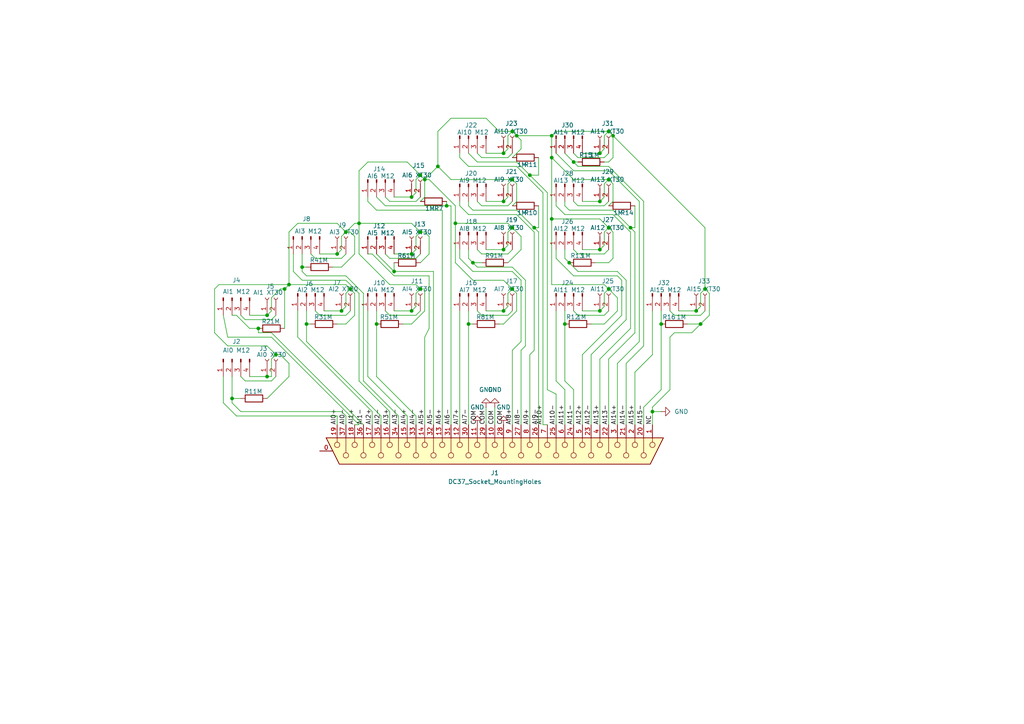
<source format=kicad_sch>
(kicad_sch (version 20250114) (generator "eeschema") (generator_version "9.0")
  (paper "A4")
  (title_block (title "AI Board Redesign") (date "2025-07-13") (rev "A") (company "Missouri S&T Rocket Design Team") (comment 1 "Author: Isaac Lough"))
  (lib_symbols
    (symbol "Connector:Conn_01x02_Socket" (pin_names (offset 1.016) (hide yes))
      (property "Reference" "J" (at 0 2.54 0))
      (property "Value" "Conn_01x02_Socket" (at 0 -5.08 0))
      (symbol "Conn_01x02_Socket_1_1"
        (polyline (pts (xy -1.27 0) (xy -0.508 0)) (stroke (width 0.1524)))
        (polyline (pts (xy -1.27 -2.54) (xy -0.508 -2.54)) (stroke (width 0.1524)))
        (arc (start 0 -0.508) (mid -0.5058 0) (end 0 0.508) (stroke (width 0.1524)))
        (arc (start 0 -3.048) (mid -0.5058 -2.54) (end 0 -2.032) (stroke (width 0.1524)))
        (pin passive line (at -5.08 0 0) (length 3.81) (name "Pin_1") (number "1"))
        (pin passive line (at -5.08 -2.54 0) (length 3.81) (name "Pin_2") (number "2"))
      )
    )
    (symbol "Connector:Conn_01x04_Pin" (pin_names (offset 1.016) (hide yes))
      (property "Reference" "J" (at 0 5.08 0))
      (property "Value" "Conn_01x04_Pin" (at 0 -7.62 0))
      (symbol "Conn_01x04_Pin_1_1"
        (rectangle (start 0.8636 2.667) (end 0 2.413) (stroke (width 0.1524)) (fill (type outline)))
        (rectangle (start 0.8636 0.127) (end 0 -0.127) (stroke (width 0.1524)) (fill (type outline)))
        (rectangle (start 0.8636 -2.413) (end 0 -2.667) (stroke (width 0.1524)) (fill (type outline)))
        (rectangle (start 0.8636 -4.953) (end 0 -5.207) (stroke (width 0.1524)) (fill (type outline)))
        (polyline (pts (xy 1.27 2.54) (xy 0.8636 2.54)) (stroke (width 0.1524)))
        (polyline (pts (xy 1.27 0) (xy 0.8636 0)) (stroke (width 0.1524)))
        (polyline (pts (xy 1.27 -2.54) (xy 0.8636 -2.54)) (stroke (width 0.1524)))
        (polyline (pts (xy 1.27 -5.08) (xy 0.8636 -5.08)) (stroke (width 0.1524)))
        (pin passive line (at 5.08 2.54 180) (length 3.81) (name "Pin_1") (number "1"))
        (pin passive line (at 5.08 0 180) (length 3.81) (name "Pin_2") (number "2"))
        (pin passive line (at 5.08 -2.54 180) (length 3.81) (name "Pin_3") (number "3"))
        (pin passive line (at 5.08 -5.08 180) (length 3.81) (name "Pin_4") (number "4"))
      )
    )
    (symbol "Connector:DC37_Socket_MountingHoles" (pin_names (offset 1.016) (hide yes))
      (property "Reference" "J" (at 0 52.07 0))
      (property "Value" "DC37_Socket_MountingHoles" (at 0 50.165 0))
      (symbol "DC37_Socket_MountingHoles_0_1"
        (polyline (pts (xy -3.81 45.72) (xy -2.54 45.72)))
        (polyline (pts (xy -3.81 43.18) (xy 0.508 43.18)))
        (polyline (pts (xy -3.81 40.64) (xy -2.54 40.64)))
        (polyline (pts (xy -3.81 38.1) (xy 0.508 38.1)))
        (polyline (pts (xy -3.81 35.56) (xy -2.54 35.56)))
        (polyline (pts (xy -3.81 33.02) (xy 0.508 33.02)))
        (polyline (pts (xy -3.81 30.48) (xy -2.54 30.48)))
        (polyline (pts (xy -3.81 27.94) (xy 0.508 27.94)))
        (polyline (pts (xy -3.81 25.4) (xy -2.54 25.4)))
        (polyline (pts (xy -3.81 22.86) (xy 0.508 22.86)))
        (polyline (pts (xy -3.81 20.32) (xy -2.54 20.32)))
        (polyline (pts (xy -3.81 17.78) (xy 0.508 17.78)))
        (polyline (pts (xy -3.81 15.24) (xy -2.54 15.24)))
        (polyline (pts (xy -3.81 12.7) (xy 0.508 12.7)))
        (polyline (pts (xy -3.81 10.16) (xy -2.54 10.16)))
        (polyline (pts (xy -3.81 7.62) (xy 0.508 7.62)))
        (polyline (pts (xy -3.81 5.08) (xy -2.54 5.08)))
        (polyline (pts (xy -3.81 2.54) (xy 0.508 2.54)))
        (polyline (pts (xy -3.81 0) (xy -2.54 0)))
        (polyline (pts (xy -3.81 -2.54) (xy 0.508 -2.54)))
        (polyline (pts (xy -3.81 -5.08) (xy -2.54 -5.08)))
        (polyline (pts (xy -3.81 -7.62) (xy 0.508 -7.62)))
        (polyline (pts (xy -3.81 -10.16) (xy -2.54 -10.16)))
        (polyline (pts (xy -3.81 -12.7) (xy 0.508 -12.7)))
        (polyline (pts (xy -3.81 -15.24) (xy -2.54 -15.24)))
        (polyline (pts (xy -3.81 -17.78) (xy 0.508 -17.78)))
        (polyline (pts (xy -3.81 -20.32) (xy -2.54 -20.32)))
        (polyline (pts (xy -3.81 -22.86) (xy 0.508 -22.86)))
        (polyline (pts (xy -3.81 -25.4) (xy -2.54 -25.4)))
        (polyline (pts (xy -3.81 -27.94) (xy 0.508 -27.94)))
        (polyline (pts (xy -3.81 -30.48) (xy -2.54 -30.48)))
        (polyline (pts (xy -3.81 -33.02) (xy 0.508 -33.02)))
        (polyline (pts (xy -3.81 -35.56) (xy -2.54 -35.56)))
        (polyline (pts (xy -3.81 -38.1) (xy 0.508 -38.1)))
        (polyline (pts (xy -3.81 -40.64) (xy -2.54 -40.64)))
        (polyline (pts (xy -3.81 -43.18) (xy 0.508 -43.18)))
        (polyline (pts (xy -3.81 -45.72) (xy -2.54 -45.72)))
        (polyline (pts (xy -3.81 -48.895) (xy 3.81 -45.085) (xy 3.81 45.085) (xy -3.81 48.895) (xy -3.81 -48.895)) (stroke (width 0.254)) (fill (type background)))
        (circle (center -1.778 45.72) (radius 0.762))
        (circle (center -1.778 40.64) (radius 0.762))
        (circle (center -1.778 35.56) (radius 0.762))
        (circle (center -1.778 30.48) (radius 0.762))
        (circle (center -1.778 25.4) (radius 0.762))
        (circle (center -1.778 20.32) (radius 0.762))
        (circle (center -1.778 15.24) (radius 0.762))
        (circle (center -1.778 10.16) (radius 0.762))
        (circle (center -1.778 5.08) (radius 0.762))
        (circle (center -1.778 0) (radius 0.762))
        (circle (center -1.778 -5.08) (radius 0.762))
        (circle (center -1.778 -10.16) (radius 0.762))
        (circle (center -1.778 -15.24) (radius 0.762))
        (circle (center -1.778 -20.32) (radius 0.762))
        (circle (center -1.778 -25.4) (radius 0.762))
        (circle (center -1.778 -30.48) (radius 0.762))
        (circle (center -1.778 -35.56) (radius 0.762))
        (circle (center -1.778 -40.64) (radius 0.762))
        (circle (center -1.778 -45.72) (radius 0.762))
        (circle (center 1.27 43.18) (radius 0.762))
        (circle (center 1.27 38.1) (radius 0.762))
        (circle (center 1.27 33.02) (radius 0.762))
        (circle (center 1.27 27.94) (radius 0.762))
        (circle (center 1.27 22.86) (radius 0.762))
        (circle (center 1.27 17.78) (radius 0.762))
        (circle (center 1.27 12.7) (radius 0.762))
        (circle (center 1.27 7.62) (radius 0.762))
        (circle (center 1.27 2.54) (radius 0.762))
        (circle (center 1.27 -2.54) (radius 0.762))
        (circle (center 1.27 -7.62) (radius 0.762))
        (circle (center 1.27 -12.7) (radius 0.762))
        (circle (center 1.27 -17.78) (radius 0.762))
        (circle (center 1.27 -22.86) (radius 0.762))
        (circle (center 1.27 -27.94) (radius 0.762))
        (circle (center 1.27 -33.02) (radius 0.762))
        (circle (center 1.27 -38.1) (radius 0.762))
        (circle (center 1.27 -43.18) (radius 0.762))
      )
      (symbol "DC37_Socket_MountingHoles_1_1"
        (pin passive line (at -7.62 45.72 0) (length 3.81) (name "1") (number "1"))
        (pin passive line (at -7.62 43.18 0) (length 3.81) (name "20") (number "20"))
        (pin passive line (at -7.62 40.64 0) (length 3.81) (name "2") (number "2"))
        (pin passive line (at -7.62 38.1 0) (length 3.81) (name "21") (number "21"))
        (pin passive line (at -7.62 35.56 0) (length 3.81) (name "3") (number "3"))
        (pin passive line (at -7.62 33.02 0) (length 3.81) (name "22") (number "22"))
        (pin passive line (at -7.62 30.48 0) (length 3.81) (name "4") (number "4"))
        (pin passive line (at -7.62 27.94 0) (length 3.81) (name "23") (number "23"))
        (pin passive line (at -7.62 25.4 0) (length 3.81) (name "5") (number "5"))
        (pin passive line (at -7.62 22.86 0) (length 3.81) (name "24") (number "24"))
        (pin passive line (at -7.62 20.32 0) (length 3.81) (name "6") (number "6"))
        (pin passive line (at -7.62 17.78 0) (length 3.81) (name "25") (number "25"))
        (pin passive line (at -7.62 15.24 0) (length 3.81) (name "7") (number "7"))
        (pin passive line (at -7.62 12.7 0) (length 3.81) (name "26") (number "26"))
        (pin passive line (at -7.62 10.16 0) (length 3.81) (name "8") (number "8"))
        (pin passive line (at -7.62 7.62 0) (length 3.81) (name "27") (number "27"))
        (pin passive line (at -7.62 5.08 0) (length 3.81) (name "9") (number "9"))
        (pin passive line (at -7.62 2.54 0) (length 3.81) (name "28") (number "28"))
        (pin passive line (at -7.62 0 0) (length 3.81) (name "10") (number "10"))
        (pin passive line (at -7.62 -2.54 0) (length 3.81) (name "29") (number "29"))
        (pin passive line (at -7.62 -5.08 0) (length 3.81) (name "11") (number "11"))
        (pin passive line (at -7.62 -7.62 0) (length 3.81) (name "30") (number "30"))
        (pin passive line (at -7.62 -10.16 0) (length 3.81) (name "12") (number "12"))
        (pin passive line (at -7.62 -12.7 0) (length 3.81) (name "31") (number "31"))
        (pin passive line (at -7.62 -15.24 0) (length 3.81) (name "13") (number "13"))
        (pin passive line (at -7.62 -17.78 0) (length 3.81) (name "32") (number "32"))
        (pin passive line (at -7.62 -20.32 0) (length 3.81) (name "14") (number "14"))
        (pin passive line (at -7.62 -22.86 0) (length 3.81) (name "33") (number "33"))
        (pin passive line (at -7.62 -25.4 0) (length 3.81) (name "15") (number "15"))
        (pin passive line (at -7.62 -27.94 0) (length 3.81) (name "34") (number "34"))
        (pin passive line (at -7.62 -30.48 0) (length 3.81) (name "16") (number "16"))
        (pin passive line (at -7.62 -33.02 0) (length 3.81) (name "35") (number "35"))
        (pin passive line (at -7.62 -35.56 0) (length 3.81) (name "17") (number "17"))
        (pin passive line (at -7.62 -38.1 0) (length 3.81) (name "36") (number "36"))
        (pin passive line (at -7.62 -40.64 0) (length 3.81) (name "18") (number "18"))
        (pin passive line (at -7.62 -43.18 0) (length 3.81) (name "37") (number "37"))
        (pin passive line (at -7.62 -45.72 0) (length 3.81) (name "19") (number "19"))
        (pin passive line (at 0 -50.8 90) (length 3.81) (name "PAD") (number "0"))
      )
    )
    (symbol "Device:R" (pin_numbers (hide yes)) (pin_names (offset 0))
      (property "Reference" "R" (at 2.032 0 90))
      (property "Value" "R" (at 0 0 90))
      (symbol "R_0_1"
        (rectangle (start -1.016 -2.54) (end 1.016 2.54) (stroke (width 0.254)))
      )
      (symbol "R_1_1"
        (pin passive line (at 0 3.81 270) (length 1.27) (name "~") (number "1"))
        (pin passive line (at 0 -3.81 90) (length 1.27) (name "~") (number "2"))
      )
    )
    (symbol "power:GND" (power) (pin_numbers (hide yes)) (pin_names (offset 0) (hide yes))
      (property "Value" "GND" (at 0 -3.81 0))
      (symbol "GND_0_1"
        (polyline (pts (xy 0 0) (xy 0 -1.27) (xy 1.27 -1.27) (xy 0 -2.54) (xy -1.27 -1.27) (xy 0 -1.27)))
      )
      (symbol "GND_1_1"
        (pin power_in line (at 0 0 270) (length 0) (name "~") (number "1"))
      )
    )
  )
  (junction (at 189.23 119.38))
  (junction (at 100.33 67.31))
  (junction (at 82.55 83.82))
  (junction (at 119.38 73.66))
  (junction (at 163.83 93.98))
  (junction (at 119.38 90.17))
  (junction (at 176.53 83.82))
  (junction (at 146.05 72.39))
  (junction (at 97.79 73.66))
  (junction (at 121.92 50.8))
  (junction (at 148.59 83.82))
  (junction (at 173.99 58.42))
  (junction (at 201.93 90.17))
  (junction (at 160.02 45.72))
  (junction (at 77.47 109.22))
  (junction (at 160.02 63.5))
  (junction (at 123.19 52.07))
  (junction (at 132.08 64.77))
  (junction (at 88.9 93.98))
  (junction (at 154.94 66.04))
  (junction (at 83.82 82.55))
  (junction (at 148.59 38.1))
  (junction (at 191.77 93.98))
  (junction (at 135.89 93.98))
  (junction (at 160.02 39.37))
  (junction (at 146.05 90.17))
  (junction (at 121.92 83.82))
  (junction (at 204.47 83.82))
  (junction (at 146.05 58.42))
  (junction (at 127 48.26))
  (junction (at 121.92 67.31))
  (junction (at 177.8 39.37))
  (junction (at 114.3 78.74))
  (junction (at 87.63 77.47))
  (junction (at 176.53 52.07))
  (junction (at 173.99 90.17))
  (junction (at 67.31 115.57))
  (junction (at 99.06 90.17))
  (junction (at 137.16 76.2))
  (junction (at 176.53 38.1))
  (junction (at 80.01 102.87))
  (junction (at 101.6 83.82))
  (junction (at 176.53 66.04))
  (junction (at 74.93 95.25))
  (junction (at 203.2 93.98))
  (junction (at 153.67 50.8))
  (junction (at 166.37 46.99))
  (junction (at 173.99 44.45))
  (junction (at 173.99 72.39))
  (junction (at 148.59 52.07))
  (junction (at 109.22 93.98))
  (junction (at 104.14 64.77))
  (junction (at 146.05 44.45))
  (junction (at 149.86 39.37))
  (junction (at 129.54 59.69))
  (junction (at 77.47 91.44))
  (junction (at 119.38 57.15))
  (junction (at 148.59 66.04))
  (junction (at 182.88 66.04))
  (junction (at 165.1 76.2))
  (wire (pts (xy 97.79 93.98) (xy 100.33 93.98)))
  (wire (pts (xy 111.76 90.17) (xy 113.03 91.44)))
  (wire (pts (xy 179.07 80.01) (xy 180.34 81.28)))
  (wire (pts (xy 138.43 72.39) (xy 139.7 73.66)))
  (wire (pts (xy 163.83 74.93) (xy 165.1 76.2)))
  (wire (pts (xy 86.36 90.17) (xy 86.36 97.79)))
  (wire (pts (xy 124.46 52.07) (xy 132.08 59.69)))
  (wire (pts (xy 160.02 63.5) (xy 160.02 82.55)))
  (wire (pts (xy 113.03 58.42) (xy 120.65 58.42)))
  (wire (pts (xy 111.76 59.69) (xy 129.54 59.69)))
  (wire (pts (xy 135.89 74.93) (xy 137.16 76.2)))
  (wire (pts (xy 106.68 73.66) (xy 107.95 73.66)))
  (wire (pts (xy 173.99 63.5) (xy 176.53 66.04)))
  (wire (pts (xy 106.68 57.15) (xy 106.68 58.42)))
  (wire (pts (xy 88.9 93.98) (xy 90.17 93.98)))
  (wire (pts (xy 72.39 91.44) (xy 77.47 91.44)))
  (wire (pts (xy 146.05 93.98) (xy 149.86 90.17)))
  (wire (pts (xy 106.68 109.22) (xy 118.11 120.65)))
  (wire (pts (xy 168.91 90.17) (xy 173.99 90.17)))
  (wire (pts (xy 180.34 81.28) (xy 180.34 91.44)))
  (wire (pts (xy 158.75 113.03) (xy 161.29 114.3)))
  (wire (pts (xy 120.65 72.39) (xy 119.38 73.66)))
  (wire (pts (xy 83.82 67.31) (xy 83.82 82.55)))
  (wire (pts (xy 189.23 119.38) (xy 189.23 118.11)))
  (wire (pts (xy 123.19 97.79) (xy 123.19 123.19)))
  (wire (pts (xy 100.33 93.98) (xy 102.87 91.44)))
  (wire (pts (xy 153.67 102.87) (xy 153.67 123.19)))
  (wire (pts (xy 204.47 83.82) (xy 203.2 85.09)))
  (wire (pts (xy 186.69 58.42) (xy 186.69 100.33)))
  (wire (pts (xy 163.83 44.45) (xy 166.37 46.99)))
  (wire (pts (xy 121.92 67.31) (xy 120.65 68.58)))
  (wire (pts (xy 176.53 48.26) (xy 186.69 58.42)))
  (wire (pts (xy 92.71 73.66) (xy 97.79 73.66)))
  (wire (pts (xy 167.64 78.74) (xy 179.07 78.74)))
  (wire (pts (xy 156.21 66.04) (xy 154.94 66.04)))
  (wire (pts (xy 147.32 57.15) (xy 146.05 58.42)))
  (wire (pts (xy 176.53 38.1) (xy 177.8 39.37)))
  (wire (pts (xy 166.37 52.07) (xy 176.53 52.07)))
  (wire (pts (xy 171.45 93.98) (xy 175.26 93.98)))
  (wire (pts (xy 82.55 83.82) (xy 81.28 83.82)))
  (wire (pts (xy 138.43 77.47) (xy 148.59 77.47)))
  (wire (pts (xy 114.3 76.2) (xy 114.3 78.74)))
  (wire (pts (xy 176.53 49.53) (xy 185.42 58.42)))
  (wire (pts (xy 121.92 76.2) (xy 124.46 73.66)))
  (wire (pts (xy 92.71 91.44) (xy 100.33 91.44)))
  (wire (pts (xy 69.85 119.38) (xy 99.06 119.38)))
  (wire (pts (xy 104.14 73.66) (xy 113.03 82.55)))
  (wire (pts (xy 85.09 78.74) (xy 87.63 81.28)))
  (wire (pts (xy 100.33 82.55) (xy 101.6 83.82)))
  (wire (pts (xy 175.26 91.44) (xy 176.53 90.17)))
  (wire (pts (xy 71.12 92.71) (xy 69.85 91.44)))
  (wire (pts (xy 107.95 73.66) (xy 114.3 80.01)))
  (wire (pts (xy 204.47 66.04) (xy 204.47 83.82)))
  (wire (pts (xy 163.83 113.03) (xy 163.83 123.19)))
  (wire (pts (xy 124.46 80.01) (xy 124.46 95.25)))
  (wire (pts (xy 114.3 73.66) (xy 119.38 73.66)))
  (wire (pts (xy 133.35 59.69) (xy 135.89 62.23)))
  (wire (pts (xy 123.19 52.07) (xy 124.46 52.07)))
  (wire (pts (xy 185.42 99.06) (xy 179.07 105.41)))
  (wire (pts (xy 113.03 74.93) (xy 120.65 74.93)))
  (wire (pts (xy 189.23 119.38) (xy 189.23 123.19)))
  (wire (pts (xy 87.63 73.66) (xy 87.63 77.47)))
  (wire (pts (xy 62.23 83.82) (xy 62.23 96.52)))
  (wire (pts (xy 88.9 80.01) (xy 100.33 80.01)))
  (wire (pts (xy 184.15 66.04) (xy 182.88 66.04)))
  (wire (pts (xy 195.58 91.44) (xy 203.2 91.44)))
  (wire (pts (xy 114.3 57.15) (xy 119.38 57.15)))
  (wire (pts (xy 149.86 39.37) (xy 160.02 39.37)))
  (wire (pts (xy 78.74 90.17) (xy 77.47 91.44)))
  (wire (pts (xy 148.59 72.39) (xy 147.32 73.66)))
  (wire (pts (xy 181.61 105.41) (xy 181.61 123.19)))
  (wire (pts (xy 113.03 119.38) (xy 113.03 123.19)))
  (wire (pts (xy 139.7 59.69) (xy 147.32 59.69)))
  (wire (pts (xy 86.36 97.79) (xy 107.95 119.38)))
  (wire (pts (xy 105.41 85.09) (xy 105.41 110.49)))
  (wire (pts (xy 132.08 76.2) (xy 137.16 81.28)))
  (wire (pts (xy 161.29 38.1) (xy 160.02 39.37)))
  (wire (pts (xy 78.74 104.14) (xy 78.74 109.22)))
  (wire (pts (xy 168.91 72.39) (xy 173.99 72.39)))
  (wire (pts (xy 175.26 39.37) (xy 175.26 43.18)))
  (wire (pts (xy 163.83 93.98) (xy 163.83 110.49)))
  (wire (pts (xy 147.32 71.12) (xy 146.05 72.39)))
  (wire (pts (xy 127 48.26) (xy 123.19 52.07)))
  (wire (pts (xy 163.83 58.42) (xy 163.83 59.69)))
  (wire (pts (xy 121.92 83.82) (xy 120.65 85.09)))
  (wire (pts (xy 177.8 74.93) (xy 177.8 67.31)))
  (wire (pts (xy 100.33 88.9) (xy 99.06 90.17)))
  (wire (pts (xy 81.28 83.82) (xy 78.74 86.36)))
  (wire (pts (xy 132.08 64.77) (xy 147.32 64.77)))
  (wire (pts (xy 167.64 91.44) (xy 175.26 91.44)))
  (wire (pts (xy 99.06 72.39) (xy 97.79 73.66)))
  (wire (pts (xy 118.11 120.65) (xy 118.11 123.19)))
  (wire (pts (xy 133.35 58.42) (xy 133.35 59.69)))
  (wire (pts (xy 111.76 73.66) (xy 113.03 74.93)))
  (wire (pts (xy 176.53 83.82) (xy 175.26 85.09)))
  (wire (pts (xy 148.59 38.1) (xy 147.32 39.37)))
  (wire (pts (xy 138.43 46.99) (xy 149.86 46.99)))
  (wire (pts (xy 114.3 80.01) (xy 124.46 80.01)))
  (wire (pts (xy 195.58 96.52) (xy 200.66 96.52)))
  (wire (pts (xy 196.85 90.17) (xy 201.93 90.17)))
  (wire (pts (xy 104.14 123.19) (xy 102.87 123.19)))
  (wire (pts (xy 88.9 93.98) (xy 88.9 99.06)))
  (wire (pts (xy 158.75 55.88) (xy 158.75 113.03)))
  (wire (pts (xy 88.9 90.17) (xy 88.9 93.98)))
  (wire (pts (xy 90.17 73.66) (xy 91.44 74.93)))
  (wire (pts (xy 96.52 77.47) (xy 99.06 77.47)))
  (wire (pts (xy 176.53 52.07) (xy 177.8 53.34)))
  (wire (pts (xy 93.98 90.17) (xy 99.06 90.17)))
  (wire (pts (xy 129.54 58.42) (xy 129.54 59.69)))
  (wire (pts (xy 78.74 97.79) (xy 104.14 123.19)))
  (wire (pts (xy 109.22 73.66) (xy 114.3 78.74)))
  (wire (pts (xy 121.92 58.42) (xy 123.19 57.15)))
  (wire (pts (xy 189.23 102.87) (xy 184.15 107.95)))
  (wire (pts (xy 72.39 95.25) (xy 74.93 95.25)))
  (wire (pts (xy 167.64 73.66) (xy 166.37 72.39)))
  (wire (pts (xy 148.59 59.69) (xy 149.86 58.42)))
  (wire (pts (xy 148.59 83.82) (xy 149.86 85.09)))
  (wire (pts (xy 100.33 120.65) (xy 100.33 123.19)))
  (wire (pts (xy 175.26 71.12) (xy 173.99 72.39)))
  (wire (pts (xy 161.29 74.93) (xy 166.37 80.01)))
  (wire (pts (xy 148.59 83.82) (xy 147.32 85.09)))
  (wire (pts (xy 175.26 88.9) (xy 173.99 90.17)))
  (wire (pts (xy 148.59 77.47) (xy 152.4 81.28)))
  (wire (pts (xy 167.64 59.69) (xy 166.37 58.42)))
  (wire (pts (xy 101.6 67.31) (xy 100.33 67.31)))
  (wire (pts (xy 157.48 123.19) (xy 158.75 123.19)))
  (wire (pts (xy 167.64 73.66) (xy 175.26 73.66)))
  (wire (pts (xy 135.89 62.23) (xy 149.86 62.23)))
  (wire (pts (xy 166.37 49.53) (xy 176.53 49.53)))
  (wire (pts (xy 184.15 59.69) (xy 184.15 66.04)))
  (wire (pts (xy 203.2 93.98) (xy 205.74 91.44)))
  (wire (pts (xy 186.69 100.33) (xy 181.61 105.41)))
  (wire (pts (xy 120.65 55.88) (xy 119.38 57.15)))
  (wire (pts (xy 99.06 119.38) (xy 100.33 120.65)))
  (wire (pts (xy 66.04 97.79) (xy 78.74 97.79)))
  (wire (pts (xy 80.01 91.44) (xy 78.74 92.71)))
  (wire (pts (xy 148.59 66.04) (xy 147.32 67.31)))
  (wire (pts (xy 99.06 68.58) (xy 99.06 72.39)))
  (wire (pts (xy 149.86 39.37) (xy 151.13 40.64)))
  (wire (pts (xy 148.59 52.07) (xy 130.81 52.07)))
  (wire (pts (xy 167.64 48.26) (xy 176.53 48.26)))
  (wire (pts (xy 104.14 64.77) (xy 119.38 64.77)))
  (wire (pts (xy 175.26 85.09) (xy 175.26 88.9)))
  (wire (pts (xy 166.37 80.01) (xy 179.07 80.01)))
  (wire (pts (xy 176.53 59.69) (xy 177.8 58.42)))
  (wire (pts (xy 119.38 64.77) (xy 121.92 67.31)))
  (wire (pts (xy 144.78 93.98) (xy 146.05 93.98)))
  (wire (pts (xy 86.36 64.77) (xy 83.82 67.31)))
  (wire (pts (xy 148.59 38.1) (xy 144.78 38.1)))
  (wire (pts (xy 139.7 45.72) (xy 138.43 44.45)))
  (wire (pts (xy 123.19 57.15) (xy 123.19 52.07)))
  (wire (pts (xy 120.65 82.55) (xy 121.92 83.82)))
  (wire (pts (xy 176.53 66.04) (xy 177.8 67.31)))
  (wire (pts (xy 133.35 45.72) (xy 135.89 48.26)))
  (wire (pts (xy 133.35 72.39) (xy 133.35 74.93)))
  (wire (pts (xy 203.2 88.9) (xy 201.93 90.17)))
  (wire (pts (xy 102.87 85.09) (xy 102.87 91.44)))
  (wire (pts (xy 163.83 90.17) (xy 163.83 93.98)))
  (wire (pts (xy 148.59 78.74) (xy 151.13 81.28)))
  (wire (pts (xy 120.65 91.44) (xy 121.92 90.17)))
  (wire (pts (xy 80.01 109.22) (xy 78.74 110.49)))
  (wire (pts (xy 157.48 55.88) (xy 157.48 123.19)))
  (wire (pts (xy 80.01 102.87) (xy 78.74 104.14)))
  (wire (pts (xy 137.16 81.28) (xy 146.05 81.28)))
  (wire (pts (xy 63.5 82.55) (xy 62.23 83.82)))
  (wire (pts (xy 179.07 105.41) (xy 179.07 123.19)))
  (wire (pts (xy 130.81 59.69) (xy 130.81 123.19)))
  (wire (pts (xy 172.72 76.2) (xy 176.53 76.2)))
  (wire (pts (xy 62.23 96.52) (xy 66.04 100.33)))
  (wire (pts (xy 175.26 46.99) (xy 176.53 46.99)))
  (wire (pts (xy 167.64 45.72) (xy 166.37 44.45)))
  (wire (pts (xy 161.29 110.49) (xy 163.83 113.03)))
  (wire (pts (xy 149.86 90.17) (xy 149.86 85.09)))
  (wire (pts (xy 109.22 60.96) (xy 128.27 60.96)))
  (wire (pts (xy 175.26 53.34) (xy 175.26 57.15)))
  (wire (pts (xy 176.53 72.39) (xy 175.26 73.66)))
  (wire (pts (xy 120.65 88.9) (xy 119.38 90.17)))
  (wire (pts (xy 82.55 83.82) (xy 82.55 95.25)))
  (wire (pts (xy 177.8 45.72) (xy 177.8 39.37)))
  (wire (pts (xy 120.65 74.93) (xy 121.92 73.66)))
  (wire (pts (xy 140.97 58.42) (xy 146.05 58.42)))
  (wire (pts (xy 160.02 45.72) (xy 166.37 52.07)))
  (wire (pts (xy 147.32 59.69) (xy 148.59 58.42)))
  (wire (pts (xy 166.37 90.17) (xy 167.64 91.44)))
  (wire (pts (xy 74.93 96.52) (xy 74.93 95.25)))
  (wire (pts (xy 163.83 110.49) (xy 166.37 113.03)))
  (wire (pts (xy 113.03 91.44) (xy 120.65 91.44)))
  (wire (pts (xy 68.58 120.65) (xy 97.79 120.65)))
  (wire (pts (xy 154.94 67.31) (xy 154.94 101.6)))
  (wire (pts (xy 189.23 118.11) (xy 194.31 113.03)))
  (wire (pts (xy 179.07 78.74) (xy 181.61 81.28)))
  (wire (pts (xy 101.6 83.82) (xy 100.33 85.09)))
  (wire (pts (xy 129.54 59.69) (xy 130.81 59.69)))
  (wire (pts (xy 143.51 118.11) (xy 143.51 123.19)))
  (wire (pts (xy 176.53 66.04) (xy 175.26 67.31)))
  (wire (pts (xy 151.13 72.39) (xy 151.13 68.58)))
  (wire (pts (xy 83.82 82.55) (xy 100.33 82.55)))
  (wire (pts (xy 180.34 91.44) (xy 168.91 102.87)))
  (wire (pts (xy 101.6 83.82) (xy 102.87 85.09)))
  (wire (pts (xy 135.89 90.17) (xy 135.89 93.98)))
  (wire (pts (xy 64.77 116.84) (xy 68.58 120.65)))
  (wire (pts (xy 194.31 113.03) (xy 194.31 97.79)))
  (wire (pts (xy 182.88 67.31) (xy 182.88 95.25)))
  (wire (pts (xy 184.15 67.31) (xy 184.15 96.52)))
  (wire (pts (xy 166.37 46.99) (xy 167.64 48.26)))
  (wire (pts (xy 111.76 57.15) (xy 113.03 58.42)))
  (wire (pts (xy 78.74 86.36) (xy 78.74 90.17)))
  (wire (pts (xy 72.39 109.22) (xy 77.47 109.22)))
  (wire (pts (xy 165.1 60.96) (xy 177.8 60.96)))
  (wire (pts (xy 151.13 43.18) (xy 151.13 40.64)))
  (wire (pts (xy 179.07 90.17) (xy 179.07 86.36)))
  (wire (pts (xy 83.82 109.22) (xy 83.82 105.41)))
  (wire (pts (xy 100.33 67.31) (xy 97.79 64.77)))
  (wire (pts (xy 78.74 96.52) (xy 105.41 123.19)))
  (wire (pts (xy 133.35 90.17) (xy 133.35 123.19)))
  (wire (pts (xy 182.88 66.04) (xy 184.15 67.31)))
  (wire (pts (xy 204.47 90.17) (xy 203.2 91.44)))
  (wire (pts (xy 163.83 59.69) (xy 165.1 60.96)))
  (wire (pts (xy 125.73 78.74) (xy 125.73 123.19)))
  (wire (pts (xy 120.65 52.07) (xy 120.65 55.88)))
  (wire (pts (xy 139.7 73.66) (xy 147.32 73.66)))
  (wire (pts (xy 110.49 120.65) (xy 110.49 123.19)))
  (wire (pts (xy 137.16 76.2) (xy 139.7 76.2)))
  (wire (pts (xy 176.53 76.2) (xy 177.8 74.93)))
  (wire (pts (xy 152.4 100.33) (xy 151.13 101.6)))
  (wire (pts (xy 115.57 120.65) (xy 115.57 123.19)))
  (wire (pts (xy 161.29 58.42) (xy 161.29 59.69)))
  (wire (pts (xy 151.13 99.06) (xy 148.59 101.6)))
  (wire (pts (xy 163.83 62.23) (xy 177.8 62.23)))
  (wire (pts (xy 175.26 93.98) (xy 179.07 90.17)))
  (wire (pts (xy 104.14 64.77) (xy 102.87 64.77)))
  (wire (pts (xy 158.75 55.88) (xy 153.67 50.8)))
  (wire (pts (xy 77.47 109.22) (xy 78.74 109.22)))
  (wire (pts (xy 119.38 93.98) (xy 123.19 90.17)))
  (wire (pts (xy 133.35 74.93) (xy 137.16 78.74)))
  (wire (pts (xy 140.97 72.39) (xy 146.05 72.39)))
  (wire (pts (xy 67.31 115.57) (xy 69.85 115.57)))
  (wire (pts (xy 148.59 44.45) (xy 147.32 45.72)))
  (wire (pts (xy 161.29 44.45) (xy 166.37 49.53)))
  (wire (pts (xy 130.81 34.29) (xy 127 38.1)))
  (wire (pts (xy 147.32 88.9) (xy 146.05 90.17)))
  (wire (pts (xy 100.33 85.09) (xy 100.33 88.9)))
  (wire (pts (xy 149.86 58.42) (xy 149.86 53.34)))
  (wire (pts (xy 166.37 46.99) (xy 167.64 46.99)))
  (wire (pts (xy 71.12 110.49) (xy 78.74 110.49)))
  (wire (pts (xy 121.92 50.8) (xy 118.11 46.99)))
  (wire (pts (xy 161.29 90.17) (xy 161.29 110.49)))
  (wire (pts (xy 168.91 102.87) (xy 168.91 123.19)))
  (wire (pts (xy 144.78 38.1) (xy 140.97 34.29)))
  (wire (pts (xy 67.31 109.22) (xy 67.31 115.57)))
  (wire (pts (xy 186.69 118.11) (xy 186.69 123.19)))
  (wire (pts (xy 97.79 120.65) (xy 97.79 123.19)))
  (wire (pts (xy 109.22 93.98) (xy 109.22 109.22)))
  (wire (pts (xy 181.61 81.28) (xy 181.61 92.71)))
  (wire (pts (xy 191.77 93.98) (xy 191.77 113.03)))
  (wire (pts (xy 176.53 44.45) (xy 175.26 45.72)))
  (wire (pts (xy 156.21 67.31) (xy 156.21 123.19)))
  (wire (pts (xy 135.89 72.39) (xy 135.89 74.93)))
  (wire (pts (xy 176.53 83.82) (xy 179.07 86.36)))
  (wire (pts (xy 138.43 90.17) (xy 139.7 91.44)))
  (wire (pts (xy 149.86 62.23) (xy 154.94 67.31)))
  (wire (pts (xy 132.08 64.77) (xy 132.08 76.2)))
  (wire (pts (xy 121.92 83.82) (xy 123.19 83.82)))
  (wire (pts (xy 194.31 97.79) (xy 195.58 96.52)))
  (wire (pts (xy 191.77 119.38) (xy 189.23 119.38)))
  (wire (pts (xy 205.74 91.44) (xy 205.74 85.09)))
  (wire (pts (xy 147.32 85.09) (xy 147.32 88.9)))
  (wire (pts (xy 104.14 110.49) (xy 113.03 119.38)))
  (wire (pts (xy 140.97 118.11) (xy 140.97 123.19)))
  (wire (pts (xy 64.77 91.44) (xy 66.04 97.79)))
  (wire (pts (xy 140.97 34.29) (xy 130.81 34.29)))
  (wire (pts (xy 168.91 58.42) (xy 173.99 58.42)))
  (wire (pts (xy 148.59 45.72) (xy 151.13 43.18)))
  (wire (pts (xy 154.94 66.04) (xy 156.21 67.31)))
  (wire (pts (xy 120.65 68.58) (xy 120.65 72.39)))
  (wire (pts (xy 147.32 76.2) (xy 151.13 72.39)))
  (wire (pts (xy 102.87 64.77) (xy 100.33 67.31)))
  (wire (pts (xy 106.68 58.42) (xy 109.22 60.96)))
  (wire (pts (xy 147.32 91.44) (xy 148.59 90.17)))
  (wire (pts (xy 195.58 91.44) (xy 194.31 90.17)))
  (wire (pts (xy 189.23 90.17) (xy 189.23 102.87)))
  (wire (pts (xy 160.02 45.72) (xy 160.02 63.5)))
  (wire (pts (xy 175.26 67.31) (xy 175.26 71.12)))
  (wire (pts (xy 114.3 78.74) (xy 125.73 78.74)))
  (wire (pts (xy 102.87 68.58) (xy 101.6 67.31)))
  (wire (pts (xy 116.84 93.98) (xy 119.38 93.98)))
  (wire (pts (xy 67.31 91.44) (xy 68.58 91.44)))
  (wire (pts (xy 120.65 85.09) (xy 120.65 88.9)))
  (wire (pts (xy 168.91 44.45) (xy 173.99 44.45)))
  (wire (pts (xy 87.63 77.47) (xy 87.63 78.74)))
  (wire (pts (xy 147.32 53.34) (xy 147.32 57.15)))
  (wire (pts (xy 64.77 109.22) (xy 64.77 116.84)))
  (wire (pts (xy 177.8 58.42) (xy 177.8 53.34)))
  (wire (pts (xy 77.47 115.57) (xy 83.82 109.22)))
  (wire (pts (xy 137.16 78.74) (xy 148.59 78.74)))
  (wire (pts (xy 163.83 72.39) (xy 163.83 74.93)))
  (wire (pts (xy 104.14 49.53) (xy 104.14 64.77)))
  (wire (pts (xy 167.64 59.69) (xy 175.26 59.69)))
  (wire (pts (xy 74.93 96.52) (xy 78.74 96.52)))
  (wire (pts (xy 149.86 48.26) (xy 157.48 55.88)))
  (wire (pts (xy 166.37 113.03) (xy 166.37 123.19)))
  (wire (pts (xy 182.88 95.25) (xy 173.99 104.14)))
  (wire (pts (xy 133.35 44.45) (xy 133.35 45.72)))
  (wire (pts (xy 105.41 110.49) (xy 115.57 120.65)))
  (wire (pts (xy 135.89 48.26) (xy 149.86 48.26)))
  (wire (pts (xy 185.42 58.42) (xy 185.42 99.06)))
  (wire (pts (xy 100.33 81.28) (xy 104.14 85.09)))
  (wire (pts (xy 175.26 57.15) (xy 173.99 58.42)))
  (wire (pts (xy 81.28 102.87) (xy 80.01 102.87)))
  (wire (pts (xy 152.4 81.28) (xy 152.4 100.33)))
  (wire (pts (xy 161.29 59.69) (xy 163.83 62.23)))
  (wire (pts (xy 100.33 67.31) (xy 99.06 68.58)))
  (wire (pts (xy 140.97 90.17) (xy 146.05 90.17)))
  (wire (pts (xy 204.47 66.04) (xy 177.8 39.37)))
  (wire (pts (xy 71.12 110.49) (xy 69.85 109.22)))
  (wire (pts (xy 100.33 80.01) (xy 105.41 85.09)))
  (wire (pts (xy 130.81 52.07) (xy 127 48.26)))
  (wire (pts (xy 132.08 59.69) (xy 132.08 64.77)))
  (wire (pts (xy 83.82 105.41) (xy 81.28 102.87)))
  (wire (pts (xy 171.45 102.87) (xy 171.45 123.19)))
  (wire (pts (xy 66.04 100.33) (xy 77.47 100.33)))
  (wire (pts (xy 109.22 57.15) (xy 111.76 59.69)))
  (wire (pts (xy 121.92 50.8) (xy 123.19 52.07)))
  (wire (pts (xy 104.14 64.77) (xy 104.14 73.66)))
  (wire (pts (xy 156.21 45.72) (xy 156.21 50.8)))
  (wire (pts (xy 176.53 38.1) (xy 161.29 38.1)))
  (wire (pts (xy 148.59 52.07) (xy 147.32 53.34)))
  (wire (pts (xy 118.11 46.99) (xy 106.68 46.99)))
  (wire (pts (xy 69.85 119.38) (xy 67.31 116.84)))
  (wire (pts (xy 104.14 85.09) (xy 104.14 110.49)))
  (wire (pts (xy 135.89 44.45) (xy 138.43 46.99)))
  (wire (pts (xy 184.15 96.52) (xy 176.53 104.14)))
  (wire (pts (xy 148.59 101.6) (xy 148.59 123.19)))
  (wire (pts (xy 106.68 46.99) (xy 104.14 49.53)))
  (wire (pts (xy 161.29 72.39) (xy 161.29 74.93)))
  (wire (pts (xy 160.02 63.5) (xy 173.99 63.5)))
  (wire (pts (xy 160.02 82.55) (xy 175.26 82.55)))
  (wire (pts (xy 124.46 73.66) (xy 124.46 68.58)))
  (wire (pts (xy 99.06 74.93) (xy 100.33 73.66)))
  (wire (pts (xy 91.44 90.17) (xy 92.71 91.44)))
  (wire (pts (xy 176.53 52.07) (xy 175.26 53.34)))
  (wire (pts (xy 100.33 91.44) (xy 101.6 90.17)))
  (wire (pts (xy 127 38.1) (xy 127 48.26)))
  (wire (pts (xy 176.53 46.99) (xy 177.8 45.72)))
  (wire (pts (xy 149.86 60.96) (xy 154.94 66.04)))
  (wire (pts (xy 85.09 73.66) (xy 85.09 78.74)))
  (wire (pts (xy 109.22 90.17) (xy 109.22 93.98)))
  (wire (pts (xy 137.16 76.2) (xy 138.43 77.47)))
  (wire (pts (xy 120.65 120.65) (xy 120.65 123.19)))
  (wire (pts (xy 113.03 82.55) (xy 120.65 82.55)))
  (wire (pts (xy 88.9 99.06) (xy 110.49 120.65)))
  (wire (pts (xy 153.67 50.8) (xy 156.21 50.8)))
  (wire (pts (xy 154.94 101.6) (xy 153.67 102.87)))
  (wire (pts (xy 175.26 82.55) (xy 176.53 83.82)))
  (wire (pts (xy 176.53 38.1) (xy 175.26 39.37)))
  (wire (pts (xy 148.59 52.07) (xy 149.86 53.34)))
  (wire (pts (xy 147.32 67.31) (xy 147.32 71.12)))
  (wire (pts (xy 191.77 113.03) (xy 186.69 118.11)))
  (wire (pts (xy 91.44 74.93) (xy 99.06 74.93)))
  (wire (pts (xy 204.47 83.82) (xy 205.74 85.09)))
  (wire (pts (xy 160.02 39.37) (xy 160.02 45.72)))
  (wire (pts (xy 107.95 119.38) (xy 107.95 123.19)))
  (wire (pts (xy 128.27 60.96) (xy 128.27 123.19)))
  (wire (pts (xy 123.19 67.31) (xy 121.92 67.31)))
  (wire (pts (xy 135.89 58.42) (xy 135.89 59.69)))
  (wire (pts (xy 175.26 43.18) (xy 173.99 44.45)))
  (wire (pts (xy 120.65 58.42) (xy 121.92 57.15)))
  (wire (pts (xy 83.82 82.55) (xy 63.5 82.55)))
  (wire (pts (xy 191.77 90.17) (xy 191.77 93.98)))
  (wire (pts (xy 137.16 60.96) (xy 149.86 60.96)))
  (wire (pts (xy 102.87 73.66) (xy 102.87 68.58)))
  (wire (pts (xy 87.63 78.74) (xy 88.9 80.01)))
  (wire (pts (xy 184.15 107.95) (xy 184.15 123.19)))
  (wire (pts (xy 97.79 64.77) (xy 86.36 64.77)))
  (wire (pts (xy 114.3 90.17) (xy 119.38 90.17)))
  (wire (pts (xy 106.68 90.17) (xy 106.68 109.22)))
  (wire (pts (xy 68.58 91.44) (xy 72.39 95.25)))
  (wire (pts (xy 124.46 95.25) (xy 123.19 97.79)))
  (wire (pts (xy 83.82 82.55) (xy 82.55 83.82)))
  (wire (pts (xy 87.63 81.28) (xy 100.33 81.28)))
  (wire (pts (xy 153.67 50.8) (xy 149.86 46.99)))
  (wire (pts (xy 135.89 93.98) (xy 135.89 123.19)))
  (wire (pts (xy 156.21 59.69) (xy 156.21 66.04)))
  (wire (pts (xy 147.32 45.72) (xy 139.7 45.72)))
  (wire (pts (xy 176.53 104.14) (xy 176.53 123.19)))
  (wire (pts (xy 140.97 44.45) (xy 146.05 44.45)))
  (wire (pts (xy 147.32 39.37) (xy 147.32 43.18)))
  (wire (pts (xy 177.8 60.96) (xy 182.88 66.04)))
  (wire (pts (xy 78.74 92.71) (xy 71.12 92.71)))
  (wire (pts (xy 135.89 59.69) (xy 137.16 60.96)))
  (wire (pts (xy 199.39 93.98) (xy 203.2 93.98)))
  (wire (pts (xy 87.63 77.47) (xy 88.9 77.47)))
  (wire (pts (xy 176.53 58.42) (xy 175.26 59.69)))
  (wire (pts (xy 109.22 109.22) (xy 120.65 120.65)))
  (wire (pts (xy 151.13 81.28) (xy 151.13 99.06)))
  (wire (pts (xy 135.89 93.98) (xy 137.16 93.98)))
  (wire (pts (xy 77.47 100.33) (xy 80.01 102.87)))
  (wire (pts (xy 124.46 68.58) (xy 123.19 67.31)))
  (wire (pts (xy 138.43 58.42) (xy 139.7 59.69)))
  (wire (pts (xy 151.13 101.6) (xy 151.13 123.19)))
  (wire (pts (xy 99.06 77.47) (xy 102.87 73.66)))
  (wire (pts (xy 165.1 76.2) (xy 167.64 78.74)))
  (wire (pts (xy 146.05 81.28) (xy 148.59 83.82)))
  (wire (pts (xy 200.66 96.52) (xy 203.2 93.98)))
  (wire (pts (xy 203.2 85.09) (xy 203.2 88.9)))
  (wire (pts (xy 67.31 115.57) (xy 67.31 116.84)))
  (wire (pts (xy 161.29 114.3) (xy 161.29 123.19)))
  (wire (pts (xy 181.61 92.71) (xy 171.45 102.87)))
  (wire (pts (xy 147.32 64.77) (xy 148.59 66.04)))
  (wire (pts (xy 147.32 43.18) (xy 146.05 44.45)))
  (wire (pts (xy 173.99 104.14) (xy 173.99 123.19)))
  (wire (pts (xy 121.92 50.8) (xy 120.65 52.07)))
  (wire (pts (xy 148.59 38.1) (xy 149.86 39.37)))
  (wire (pts (xy 167.64 45.72) (xy 175.26 45.72)))
  (wire (pts (xy 123.19 83.82) (xy 123.19 90.17)))
  (wire (pts (xy 177.8 62.23) (xy 182.88 67.31)))
  (wire (pts (xy 139.7 91.44) (xy 147.32 91.44)))
  (wire (pts (xy 148.59 66.04) (xy 151.13 68.58)))
  (label "AI13-" (at 176.53 123.19 90))
  (label "AI15+" (at 184.15 123.19 90))
  (label "AI10-" (at 161.29 123.19 90))
  (label "AI8+" (at 148.59 123.19 90))
  (label "AI1-" (at 105.41 123.19 90))
  (label "AI1+" (at 102.87 123.19 90))
  (label "AI2-" (at 110.49 123.19 90))
  (label "AI15-" (at 186.69 123.19 90))
  (label "AI3+" (at 113.03 123.19 90))
  (label "AI11+" (at 163.83 123.19 90))
  (label "AI6+" (at 128.27 123.19 90))
  (label "AI9+" (at 153.67 123.19 90))
  (label "AI12+" (at 168.91 123.19 90))
  (label "AI13+" (at 173.99 123.19 90))
  (label "AI2+" (at 107.95 123.19 90))
  (label "NC" (at 189.23 123.19 90))
  (label "AI4+" (at 118.11 123.19 90))
  (label "AI11-" (at 166.37 123.19 90))
  (label "AI6-" (at 130.81 123.19 90))
  (label "AI8-" (at 151.13 123.19 90))
  (label "AI10+" (at 157.48 123.19 90))
  (label "COM" (at 146.05 123.19 90))
  (label "COM" (at 140.97 123.19 90))
  (label "AI14-" (at 181.61 123.19 90))
  (label "AI7-" (at 135.89 123.19 90))
  (label "AI0-" (at 100.33 123.19 90))
  (label "AI3-" (at 115.57 123.19 90))
  (label "COM" (at 143.51 123.19 90))
  (label "AI14+" (at 179.07 123.19 90))
  (label "AI7+" (at 133.35 123.19 90))
  (label "AI4-" (at 120.65 123.19 90))
  (label "AI5-" (at 125.73 123.19 90))
  (label "AI12-" (at 171.45 123.19 90))
  (label "AI9-" (at 156.21 123.19 90))
  (label "COM" (at 138.43 123.19 90))
  (label "AI0+" (at 97.79 123.19 90))
  (label "AI5+" (at 123.19 123.19 90))
  (symbol (lib_id "Connector:Conn_01x04_Pin") (at 135.89 67.31 90) (mirror x) (unit 1)
    (property "Reference" "J18" (at 136.652 64.262 90))
    (property "Value" "AI8 M12" (at 137.16 66.294 90))
    (property "Footprint" "Metric_Circular_Connectors:M12 A-Code Amphenol" (effects (hide yes)))
    (property "Description" "Generic connector, single row, 01x04, script generated" (effects (hide yes)))
  )
  (symbol (lib_id "Connector:Conn_01x04_Pin") (at 109.22 52.07 90) (mirror x) (unit 1)
    (property "Reference" "J14" (at 109.982 49.022 90))
    (property "Value" "AI6 M12" (at 110.49 51.054 90))
    (property "Footprint" "Metric_Circular_Connectors:M12 A-Code Amphenol" (effects (hide yes)))
    (property "Description" "Generic connector, single row, 01x04, script generated" (effects (hide yes)))
  )
  (symbol (lib_id "Connector:Conn_01x04_Pin") (at 109.22 85.09 90) (mirror x) (unit 1)
    (property "Reference" "J10" (at 109.982 82.042 90))
    (property "Value" "AI4 M12" (at 110.49 84.074 90))
    (property "Footprint" "Metric_Circular_Connectors:M12 A-Code Amphenol" (effects (hide yes)))
    (property "Description" "Generic connector, single row, 01x04, script generated" (effects (hide yes)))
  )
  (symbol (lib_id "Connector:Conn_01x02_Socket") (at 119.38 85.09 90) (unit 1)
    (property "Reference" "J11" (at 119.126 81.534 90) (effects (justify right)))
    (property "Value" "AI4 XT30" (at 116.586 83.82 90) (effects (justify right)))
    (property "Footprint" "Connector_AMASS:AMASS_XT30U-F_1x02_P5.0mm_Vertical" (effects (hide yes)))
    (property "Description" "Generic connector, single row, 01x02, script generated" (effects (hide yes)))
  )
  (symbol (lib_id "Device:R") (at 93.98 93.98 90) (unit 1)
    (property "Reference" "R3" (at 92.456 91.948 90))
    (property "Value" "1M" (at 94.996 91.948 90))
    (property "Footprint" "Resistor_THT:R_Axial_DIN0207_L6.3mm_D2.5mm_P10.16mm_Horizontal" (effects (hide yes)))
    (property "Description" "Resistor" (effects (hide yes)))
  )
  (symbol (lib_id "Device:R") (at 167.64 93.98 90) (unit 1)
    (property "Reference" "R12" (at 166.116 91.948 90))
    (property "Value" "1M" (at 168.656 91.948 90))
    (property "Footprint" "Resistor_THT:R_Axial_DIN0207_L6.3mm_D2.5mm_P10.16mm_Horizontal" (effects (hide yes)))
    (property "Description" "Resistor" (effects (hide yes)))
  )
  (symbol (lib_id "Connector:Conn_01x02_Socket") (at 173.99 39.37 90) (unit 1)
    (property "Reference" "J31" (at 174.498 35.814 90) (effects (justify right)))
    (property "Value" "AI14 XT30" (at 171.196 38.1 90) (effects (justify right)))
    (property "Footprint" "Connector_AMASS:AMASS_XT30U-F_1x02_P5.0mm_Vertical" (effects (hide yes)))
    (property "Description" "Generic connector, single row, 01x02, script generated" (effects (hide yes)))
  )
  (symbol (lib_id "power:GND") (at 143.51 118.11 180) (unit 1)
    (property "Reference" "#PWR04" (effects (hide yes)))
    (property "Value" "GND" (at 143.51 113.03 0))
    (property "Description" "Power symbol creates a global label with name \"GND\" , ground" (effects (hide yes)))
  )
  (symbol (lib_id "Connector:Conn_01x04_Pin") (at 135.89 53.34 90) (mirror x) (unit 1)
    (property "Reference" "J20" (at 136.652 50.292 90))
    (property "Value" "AI9 M12" (at 137.16 52.324 90))
    (property "Footprint" "Metric_Circular_Connectors:M12 A-Code Amphenol" (effects (hide yes)))
    (property "Description" "Generic connector, single row, 01x04, script generated" (effects (hide yes)))
  )
  (symbol (lib_id "Connector:Conn_01x04_Pin") (at 163.83 67.31 90) (mirror x) (unit 1)
    (property "Reference" "J26" (at 164.592 64.262 90))
    (property "Value" "AI12 M12" (at 165.1 66.294 90))
    (property "Footprint" "Metric_Circular_Connectors:M12 A-Code Amphenol" (effects (hide yes)))
    (property "Description" "Generic connector, single row, 01x04, script generated" (effects (hide yes)))
  )
  (symbol (lib_id "Connector:Conn_01x04_Pin") (at 109.22 68.58 90) (mirror x) (unit 1)
    (property "Reference" "J12" (at 109.982 65.532 90))
    (property "Value" "AI5 M12" (at 110.49 67.564 90))
    (property "Footprint" "Metric_Circular_Connectors:M12 A-Code Amphenol" (effects (hide yes)))
    (property "Description" "Generic connector, single row, 01x04, script generated" (effects (hide yes)))
  )
  (symbol (lib_id "Connector:DC37_Socket_MountingHoles") (at 143.51 130.81 270) (unit 1)
    (property "Reference" "J1" (at 143.51 137.16 90))
    (property "Value" "DC37_Socket_MountingHoles" (at 143.51 139.7 90))
    (property "Footprint" "Connector_Dsub:DSUB-37_Socket_Vertical_P2.77x2.84mm_MountingHoles" (effects (hide yes)))
    (property "Description" "37-pin D-SUB connector, socket (female), Mounting Hole" (effects (hide yes)))
  )
  (symbol (lib_id "Connector:Conn_01x04_Pin") (at 135.89 39.37 90) (mirror x) (unit 1)
    (property "Reference" "J22" (at 136.652 36.322 90))
    (property "Value" "AI10 M12" (at 137.16 38.354 90))
    (property "Footprint" "Metric_Circular_Connectors:M12 A-Code Amphenol" (effects (hide yes)))
    (property "Description" "Generic connector, single row, 01x04, script generated" (effects (hide yes)))
  )
  (symbol (lib_id "power:GND") (at 138.43 123.19 180) (unit 1)
    (property "Reference" "#PWR02" (effects (hide yes)))
    (property "Value" "GND" (at 138.43 118.11 0))
    (property "Description" "Power symbol creates a global label with name \"GND\" , ground" (effects (hide yes)))
  )
  (symbol (lib_id "Connector:Conn_01x04_Pin") (at 87.63 68.58 90) (mirror x) (unit 1)
    (property "Reference" "J8" (at 88.9 63.5 90))
    (property "Value" "AI3 M12" (at 89.408 67.056 90))
    (property "Footprint" "Metric_Circular_Connectors:M12 A-Code Amphenol" (effects (hide yes)))
    (property "Description" "Generic connector, single row, 01x04, script generated" (effects (hide yes)))
  )
  (symbol (lib_id "Connector:Conn_01x04_Pin") (at 163.83 85.09 90) (mirror x) (unit 1)
    (property "Reference" "J24" (at 164.592 82.042 90))
    (property "Value" "AI11 M12" (at 165.1 84.074 90))
    (property "Footprint" "Metric_Circular_Connectors:M12 A-Code Amphenol" (effects (hide yes)))
    (property "Description" "Generic connector, single row, 01x04, script generated" (effects (hide yes)))
  )
  (symbol (lib_id "Device:R") (at 195.58 93.98 90) (unit 1)
    (property "Reference" "R16" (at 194.056 91.948 90))
    (property "Value" "1M" (at 197.612 91.948 90))
    (property "Footprint" "Resistor_THT:R_Axial_DIN0207_L6.3mm_D2.5mm_P10.16mm_Horizontal" (effects (hide yes)))
    (property "Description" "Resistor" (effects (hide yes)))
  )
  (symbol (lib_id "Device:R") (at 92.71 77.47 90) (unit 1)
    (property "Reference" "R4" (at 91.186 75.438 90))
    (property "Value" "1M" (at 93.726 75.438 90))
    (property "Footprint" "Resistor_THT:R_Axial_DIN0207_L6.3mm_D2.5mm_P10.16mm_Horizontal" (effects (hide yes)))
    (property "Description" "Resistor" (effects (hide yes)))
  )
  (symbol (lib_id "Connector:Conn_01x02_Socket") (at 97.79 68.58 90) (unit 1)
    (property "Reference" "J9" (at 98.044 65.278 90) (effects (justify right)))
    (property "Value" "AI3 XT30" (at 95.504 67.31 90) (effects (justify right)))
    (property "Footprint" "Connector_AMASS:AMASS_XT30U-F_1x02_P5.0mm_Vertical" (effects (hide yes)))
    (property "Description" "Generic connector, single row, 01x02, script generated" (effects (hide yes)))
  )
  (symbol (lib_id "Connector:Conn_01x02_Socket") (at 146.05 53.34 90) (unit 1)
    (property "Reference" "J21" (at 146.558 49.784 90) (effects (justify right)))
    (property "Value" "AI9 XT30" (at 143.256 52.07 90) (effects (justify right)))
    (property "Footprint" "Connector_AMASS:AMASS_XT30U-F_1x02_P5.0mm_Vertical" (effects (hide yes)))
    (property "Description" "Generic connector, single row, 01x02, script generated" (effects (hide yes)))
  )
  (symbol (lib_id "Connector:Conn_01x04_Pin") (at 67.31 104.14 90) (mirror x) (unit 1)
    (property "Reference" "J2" (at 68.58 99.06 90))
    (property "Value" "AI0 M12" (at 68.58 101.6 90))
    (property "Footprint" "Metric_Circular_Connectors:M12 A-Code Amphenol" (effects (hide yes)))
    (property "Description" "Generic connector, single row, 01x04, script generated" (effects (hide yes)))
  )
  (symbol (lib_id "Connector:Conn_01x02_Socket") (at 119.38 68.58 90) (unit 1)
    (property "Reference" "J13" (at 119.888 65.024 90) (effects (justify right)))
    (property "Value" "AI5 XT30" (at 116.586 67.31 90) (effects (justify right)))
    (property "Footprint" "Connector_AMASS:AMASS_XT30U-F_1x02_P5.0mm_Vertical" (effects (hide yes)))
    (property "Description" "Generic connector, single row, 01x02, script generated" (effects (hide yes)))
  )
  (symbol (lib_id "Device:R") (at 152.4 45.72 270) (unit 1)
    (property "Reference" "R11" (at 153.924 47.752 90))
    (property "Value" "1M" (at 151.384 47.752 90))
    (property "Footprint" "Resistor_THT:R_Axial_DIN0207_L6.3mm_D2.5mm_P10.16mm_Horizontal" (effects (hide yes)))
    (property "Description" "Resistor" (effects (hide yes)))
  )
  (symbol (lib_id "Device:R") (at 140.97 93.98 90) (unit 1)
    (property "Reference" "R8" (at 139.446 91.948 90))
    (property "Value" "1M" (at 141.986 91.948 90))
    (property "Footprint" "Resistor_THT:R_Axial_DIN0207_L6.3mm_D2.5mm_P10.16mm_Horizontal" (effects (hide yes)))
    (property "Description" "Resistor" (effects (hide yes)))
  )
  (symbol (lib_id "Connector:Conn_01x02_Socket") (at 173.99 53.34 90) (unit 1)
    (property "Reference" "J29" (at 174.498 49.784 90) (effects (justify right)))
    (property "Value" "AI13 XT30" (at 171.196 52.07 90) (effects (justify right)))
    (property "Footprint" "Connector_AMASS:AMASS_XT30U-F_1x02_P5.0mm_Vertical" (effects (hide yes)))
    (property "Description" "Generic connector, single row, 01x02, script generated" (effects (hide yes)))
  )
  (symbol (lib_id "Connector:Conn_01x02_Socket") (at 77.47 104.14 90) (unit 1)
    (property "Reference" "J3" (at 75.184 101.092 90) (effects (justify right)))
    (property "Value" "AI0 XT30" (at 74.422 102.87 90) (effects (justify right)))
    (property "Footprint" "Connector_AMASS:AMASS_XT30U-F_1x02_P5.0mm_Vertical" (effects (hide yes)))
    (property "Description" "Generic connector, single row, 01x02, script generated" (effects (hide yes)))
  )
  (symbol (lib_id "Connector:Conn_01x04_Pin") (at 163.83 39.37 90) (mirror x) (unit 1)
    (property "Reference" "J30" (at 164.592 36.322 90))
    (property "Value" "AI14 M12" (at 165.1 38.354 90))
    (property "Footprint" "Metric_Circular_Connectors:M12 A-Code Amphenol" (effects (hide yes)))
    (property "Description" "Generic connector, single row, 01x04, script generated" (effects (hide yes)))
  )
  (symbol (lib_id "Connector:Conn_01x02_Socket") (at 119.38 52.07 90) (unit 1)
    (property "Reference" "J15" (at 119.634 48.006 90) (effects (justify right)))
    (property "Value" "AI6 XT30" (at 116.586 50.8 90) (effects (justify right)))
    (property "Footprint" "Connector_AMASS:AMASS_XT30U-F_1x02_P5.0mm_Vertical" (effects (hide yes)))
    (property "Description" "Generic connector, single row, 01x02, script generated" (effects (hide yes)))
  )
  (symbol (lib_id "Device:R") (at 73.66 115.57 90) (unit 1)
    (property "Reference" "R1" (at 72.136 113.538 90))
    (property "Value" "1M" (at 74.676 113.538 90))
    (property "Footprint" "Resistor_THT:R_Axial_DIN0207_L6.3mm_D2.5mm_P10.16mm_Horizontal" (effects (hide yes)))
    (property "Description" "Resistor" (effects (hide yes)))
  )
  (symbol (lib_id "Device:R") (at 78.74 95.25 90) (unit 1)
    (property "Reference" "R2" (at 77.216 93.218 90))
    (property "Value" "1M" (at 79.756 93.218 90))
    (property "Footprint" "Resistor_THT:R_Axial_DIN0207_L6.3mm_D2.5mm_P10.16mm_Horizontal" (effects (hide yes)))
    (property "Description" "Resistor" (effects (hide yes)))
  )
  (symbol (lib_id "Device:R") (at 118.11 76.2 90) (unit 1)
    (property "Reference" "R6" (at 116.586 74.168 90))
    (property "Value" "1M" (at 119.126 74.168 90))
    (property "Footprint" "Resistor_THT:R_Axial_DIN0207_L6.3mm_D2.5mm_P10.16mm_Horizontal" (effects (hide yes)))
    (property "Description" "Resistor" (effects (hide yes)))
  )
  (symbol (lib_id "Connector:Conn_01x04_Pin") (at 163.83 53.34 90) (mirror x) (unit 1)
    (property "Reference" "J28" (at 164.592 50.292 90))
    (property "Value" "AI13 M12" (at 165.1 52.324 90))
    (property "Footprint" "Metric_Circular_Connectors:M12 A-Code Amphenol" (effects (hide yes)))
    (property "Description" "Generic connector, single row, 01x04, script generated" (effects (hide yes)))
  )
  (symbol (lib_id "Connector:Conn_01x04_Pin") (at 135.89 85.09 90) (mirror x) (unit 1)
    (property "Reference" "J16" (at 136.652 82.042 90))
    (property "Value" "AI7 M12" (at 137.16 84.074 90))
    (property "Footprint" "Metric_Circular_Connectors:M12 A-Code Amphenol" (effects (hide yes)))
    (property "Description" "Generic connector, single row, 01x04, script generated" (effects (hide yes)))
  )
  (symbol (lib_id "Device:R") (at 180.34 59.69 270) (unit 1)
    (property "Reference" "R14" (at 181.864 61.722 90))
    (property "Value" "1M" (at 179.324 61.722 90))
    (property "Footprint" "Resistor_THT:R_Axial_DIN0207_L6.3mm_D2.5mm_P10.16mm_Horizontal" (effects (hide yes)))
    (property "Description" "Resistor" (effects (hide yes)))
  )
  (symbol (lib_id "Connector:Conn_01x04_Pin") (at 67.31 86.36 90) (mirror x) (unit 1)
    (property "Reference" "J4" (at 68.58 81.28 90))
    (property "Value" "AI1 M12" (at 68.58 84.582 90))
    (property "Footprint" "Metric_Circular_Connectors:M12 A-Code Amphenol" (effects (hide yes)))
    (property "Description" "Generic connector, single row, 01x04, script generated" (effects (hide yes)))
  )
  (symbol (lib_id "Device:R") (at 171.45 46.99 90) (unit 1)
    (property "Reference" "R15" (at 169.926 44.958 90))
    (property "Value" "1M" (at 172.466 44.958 90))
    (property "Footprint" "Resistor_THT:R_Axial_DIN0207_L6.3mm_D2.5mm_P10.16mm_Horizontal" (effects (hide yes)))
    (property "Description" "Resistor" (effects (hide yes)))
  )
  (symbol (lib_id "Connector:Conn_01x02_Socket") (at 99.06 85.09 90) (unit 1)
    (property "Reference" "J7" (at 96.52 82.042 90) (effects (justify right)))
    (property "Value" "AI2 XT30" (at 95.25 83.82 90) (effects (justify right)))
    (property "Footprint" "Connector_AMASS:AMASS_XT30U-F_1x02_P5.0mm_Vertical" (effects (hide yes)))
    (property "Description" "Generic connector, single row, 01x02, script generated" (effects (hide yes)))
  )
  (symbol (lib_id "Connector:Conn_01x02_Socket") (at 146.05 67.31 90) (unit 1)
    (property "Reference" "J19" (at 146.558 63.754 90) (effects (justify right)))
    (property "Value" "AI8 XT30" (at 143.256 66.04 90) (effects (justify right)))
    (property "Footprint" "Connector_AMASS:AMASS_XT30U-F_1x02_P5.0mm_Vertical" (effects (hide yes)))
    (property "Description" "Generic connector, single row, 01x02, script generated" (effects (hide yes)))
  )
  (symbol (lib_id "Connector:Conn_01x02_Socket") (at 173.99 85.09 90) (unit 1)
    (property "Reference" "J25" (at 174.498 81.534 90) (effects (justify right)))
    (property "Value" "AI11 XT30" (at 171.196 83.82 90) (effects (justify right)))
    (property "Footprint" "Connector_AMASS:AMASS_XT30U-F_1x02_P5.0mm_Vertical" (effects (hide yes)))
    (property "Description" "Generic connector, single row, 01x02, script generated" (effects (hide yes)))
  )
  (symbol (lib_id "Connector:Conn_01x02_Socket") (at 146.05 85.09 90) (unit 1)
    (property "Reference" "J17" (at 146.558 81.534 90) (effects (justify right)))
    (property "Value" "AI7 XT30" (at 143.256 83.82 90) (effects (justify right)))
    (property "Footprint" "Connector_AMASS:AMASS_XT30U-F_1x02_P5.0mm_Vertical" (effects (hide yes)))
    (property "Description" "Generic connector, single row, 01x02, script generated" (effects (hide yes)))
  )
  (symbol (lib_id "Connector:Conn_01x02_Socket") (at 146.05 39.37 90) (unit 1)
    (property "Reference" "J23" (at 146.558 35.814 90) (effects (justify right)))
    (property "Value" "AI10 XT30" (at 143.256 38.1 90) (effects (justify right)))
    (property "Footprint" "Connector_AMASS:AMASS_XT30U-F_1x02_P5.0mm_Vertical" (effects (hide yes)))
    (property "Description" "Generic connector, single row, 01x02, script generated" (effects (hide yes)))
  )
  (symbol (lib_id "Connector:Conn_01x02_Socket") (at 201.93 85.09 90) (unit 1)
    (property "Reference" "J33" (at 202.438 81.534 90) (effects (justify right)))
    (property "Value" "AI15 XT30" (at 199.136 83.82 90) (effects (justify right)))
    (property "Footprint" "Connector_AMASS:AMASS_XT30U-F_1x02_P5.0mm_Vertical" (effects (hide yes)))
    (property "Description" "Generic connector, single row, 01x02, script generated" (effects (hide yes)))
  )
  (symbol (lib_id "Device:R") (at 113.03 93.98 90) (unit 1)
    (property "Reference" "R5" (at 111.506 91.948 90))
    (property "Value" "1M" (at 114.046 91.948 90))
    (property "Footprint" "Resistor_THT:R_Axial_DIN0207_L6.3mm_D2.5mm_P10.16mm_Horizontal" (effects (hide yes)))
    (property "Description" "Resistor" (effects (hide yes)))
  )
  (symbol (lib_id "power:GND") (at 191.77 119.38 90) (unit 1)
    (property "Reference" "#PWR01" (effects (hide yes)))
    (property "Value" "GND" (at 195.58 119.3799 90) (effects (justify right)))
    (property "Description" "Power symbol creates a global label with name \"GND\" , ground" (effects (hide yes)))
  )
  (symbol (lib_id "Connector:Conn_01x02_Socket") (at 77.47 86.36 90) (unit 1)
    (property "Reference" "J5" (at 77.216 83.058 90) (effects (justify right)))
    (property "Value" "AI1 XT30" (at 73.406 84.836 90) (effects (justify right)))
    (property "Footprint" "Connector_AMASS:AMASS_XT30U-F_1x02_P5.0mm_Vertical" (effects (hide yes)))
    (property "Description" "Generic connector, single row, 01x02, script generated" (effects (hide yes)))
  )
  (symbol (lib_id "Device:R") (at 152.4 59.69 270) (unit 1)
    (property "Reference" "R10" (at 153.924 61.722 90))
    (property "Value" "1M" (at 151.384 61.722 90))
    (property "Footprint" "Resistor_THT:R_Axial_DIN0207_L6.3mm_D2.5mm_P10.16mm_Horizontal" (effects (hide yes)))
    (property "Description" "Resistor" (effects (hide yes)))
  )
  (symbol (lib_id "Connector:Conn_01x04_Pin") (at 88.9 85.09 90) (mirror x) (unit 1)
    (property "Reference" "J6" (at 89.662 82.296 90))
    (property "Value" "AI2 M12" (at 90.17 84.074 90))
    (property "Footprint" "Metric_Circular_Connectors:M12 A-Code Amphenol" (effects (hide yes)))
    (property "Description" "Generic connector, single row, 01x04, script generated" (effects (hide yes)))
  )
  (symbol (lib_id "power:GND") (at 146.05 123.19 180) (unit 1)
    (property "Reference" "#PWR05" (effects (hide yes)))
    (property "Value" "GND" (at 146.05 118.11 0))
    (property "Description" "Power symbol creates a global label with name \"GND\" , ground" (effects (hide yes)))
  )
  (symbol (lib_id "Connector:Conn_01x02_Socket") (at 173.99 67.31 90) (unit 1)
    (property "Reference" "J27" (at 174.498 63.754 90) (effects (justify right)))
    (property "Value" "AI12 XT30" (at 171.196 66.04 90) (effects (justify right)))
    (property "Footprint" "Connector_AMASS:AMASS_XT30U-F_1x02_P5.0mm_Vertical" (effects (hide yes)))
    (property "Description" "Generic connector, single row, 01x02, script generated" (effects (hide yes)))
  )
  (symbol (lib_id "Device:R") (at 125.73 58.42 270) (unit 1)
    (property "Reference" "R7" (at 127.254 60.452 90))
    (property "Value" "1M" (at 124.714 60.452 90))
    (property "Footprint" "Resistor_THT:R_Axial_DIN0207_L6.3mm_D2.5mm_P10.16mm_Horizontal" (effects (hide yes)))
    (property "Description" "Resistor" (effects (hide yes)))
  )
  (symbol (lib_id "Device:R") (at 168.91 76.2 90) (unit 1)
    (property "Reference" "R13" (at 167.386 74.168 90))
    (property "Value" "1M" (at 169.926 74.168 90))
    (property "Footprint" "Resistor_THT:R_Axial_DIN0207_L6.3mm_D2.5mm_P10.16mm_Horizontal" (effects (hide yes)))
    (property "Description" "Resistor" (effects (hide yes)))
  )
  (symbol (lib_id "Device:R") (at 143.51 76.2 90) (unit 1)
    (property "Reference" "R9" (at 141.986 74.168 90))
    (property "Value" "1M" (at 144.526 74.168 90))
    (property "Footprint" "Resistor_THT:R_Axial_DIN0207_L6.3mm_D2.5mm_P10.16mm_Horizontal" (effects (hide yes)))
    (property "Description" "Resistor" (effects (hide yes)))
  )
  (symbol (lib_id "Connector:Conn_01x04_Pin") (at 191.77 85.09 90) (mirror x) (unit 1)
    (property "Reference" "J32" (at 192.532 82.042 90))
    (property "Value" "AI15 M12" (at 193.04 84.074 90))
    (property "Footprint" "Metric_Circular_Connectors:M12 A-Code Amphenol" (effects (hide yes)))
    (property "Description" "Generic connector, single row, 01x04, script generated" (effects (hide yes)))
  )
  (symbol (lib_id "power:GND") (at 140.97 118.11 180) (unit 1)
    (property "Reference" "#PWR03" (effects (hide yes)))
    (property "Value" "GND" (at 140.97 113.03 0))
    (property "Description" "Power symbol creates a global label with name \"GND\" , ground" (effects (hide yes)))
  )
)
</source>
